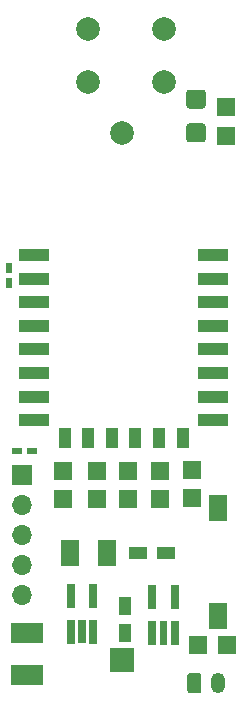
<source format=gbr>
G04 #@! TF.GenerationSoftware,KiCad,Pcbnew,(5.1.9)-1*
G04 #@! TF.CreationDate,2021-03-01T14:11:43+01:00*
G04 #@! TF.ProjectId,button - AAA,62757474-6f6e-4202-9d20-4141412e6b69,rev?*
G04 #@! TF.SameCoordinates,Original*
G04 #@! TF.FileFunction,Soldermask,Top*
G04 #@! TF.FilePolarity,Negative*
%FSLAX46Y46*%
G04 Gerber Fmt 4.6, Leading zero omitted, Abs format (unit mm)*
G04 Created by KiCad (PCBNEW (5.1.9)-1) date 2021-03-01 14:11:43*
%MOMM*%
%LPD*%
G01*
G04 APERTURE LIST*
%ADD10R,0.620000X0.900000*%
%ADD11R,0.650000X2.000000*%
%ADD12C,0.100000*%
%ADD13R,1.500000X1.500000*%
%ADD14R,1.500000X1.100000*%
%ADD15R,1.100000X1.500000*%
%ADD16R,2.500000X1.000000*%
%ADD17R,1.000000X1.800000*%
%ADD18R,0.900000X0.620000*%
%ADD19R,1.650000X2.250000*%
%ADD20R,2.794000X1.778000*%
%ADD21O,1.700000X1.700000*%
%ADD22R,1.700000X1.700000*%
%ADD23C,2.000000*%
%ADD24R,2.000000X2.000000*%
%ADD25O,1.200000X1.750000*%
%ADD26R,1.600000X2.180000*%
G04 APERTURE END LIST*
D10*
G04 #@! TO.C,C2*
X117275000Y-75325000D03*
X117275000Y-76625000D03*
G04 #@! TD*
D11*
G04 #@! TO.C,PS1*
X122450000Y-103075000D03*
X124350000Y-103075000D03*
X124350000Y-106125000D03*
D12*
G36*
X123725000Y-107125000D02*
G01*
X123075000Y-107125000D01*
X123075000Y-105125000D01*
X123725000Y-105125000D01*
X123725000Y-107125000D01*
G37*
D11*
X122450000Y-106125000D03*
G04 #@! TD*
G04 #@! TO.C,U2*
X129375000Y-103200000D03*
X131275000Y-103200000D03*
X131275000Y-106250000D03*
D12*
G36*
X130650000Y-107250000D02*
G01*
X130000000Y-107250000D01*
X130000000Y-105250000D01*
X130650000Y-105250000D01*
X130650000Y-107250000D01*
G37*
D11*
X129375000Y-106250000D03*
G04 #@! TD*
D13*
G04 #@! TO.C,R7*
X133270000Y-107250000D03*
X135670000Y-107250000D03*
G04 #@! TD*
G04 #@! TO.C,R6*
X135620000Y-61750000D03*
X135620000Y-64150000D03*
G04 #@! TD*
G04 #@! TO.C,R5*
X132725000Y-92450000D03*
X132725000Y-94850000D03*
G04 #@! TD*
G04 #@! TO.C,R4*
X127325000Y-92525000D03*
X127325000Y-94925000D03*
G04 #@! TD*
G04 #@! TO.C,R3*
X124650000Y-92525000D03*
X124650000Y-94925000D03*
G04 #@! TD*
G04 #@! TO.C,R2*
X130025000Y-92500000D03*
X130025000Y-94900000D03*
G04 #@! TD*
G04 #@! TO.C,R1*
X121775000Y-92525000D03*
X121775000Y-94925000D03*
G04 #@! TD*
D14*
G04 #@! TO.C,C3*
X128200000Y-99500000D03*
X130500000Y-99500000D03*
G04 #@! TD*
D15*
G04 #@! TO.C,C1*
X127025000Y-106250000D03*
X127025000Y-103950000D03*
G04 #@! TD*
D16*
G04 #@! TO.C,X1*
X134550000Y-74240000D03*
X134550000Y-76240000D03*
X134550000Y-78240000D03*
X134550000Y-80240000D03*
X134550000Y-82240000D03*
X134550000Y-84240000D03*
X134550000Y-86240000D03*
X134550000Y-88240000D03*
D17*
X131950000Y-89740000D03*
X129950000Y-89740000D03*
X127950000Y-89740000D03*
X125950000Y-89740000D03*
X123950000Y-89740000D03*
X121950000Y-89740000D03*
D16*
X119350000Y-88240000D03*
X119350000Y-86240000D03*
X119350000Y-84240000D03*
X119350000Y-82240000D03*
X119350000Y-80240000D03*
X119350000Y-78240000D03*
X119350000Y-76240000D03*
X119350000Y-74240000D03*
G04 #@! TD*
D18*
G04 #@! TO.C,C5*
X117925000Y-90850000D03*
X119225000Y-90850000D03*
G04 #@! TD*
D19*
G04 #@! TO.C,C4*
X122400000Y-99500000D03*
X125500000Y-99500000D03*
G04 #@! TD*
D20*
G04 #@! TO.C,L1*
X118750000Y-109798000D03*
X118750000Y-106242000D03*
G04 #@! TD*
D21*
G04 #@! TO.C,J1*
X118370000Y-103060000D03*
X118370000Y-100520000D03*
X118370000Y-97980000D03*
X118370000Y-95440000D03*
D22*
X118370000Y-92900000D03*
G04 #@! TD*
D23*
G04 #@! TO.C,BT1*
X126790000Y-63870000D03*
D24*
X126790000Y-108570000D03*
G04 #@! TD*
D25*
G04 #@! TO.C,BT2*
X134930000Y-110490000D03*
G36*
G01*
X132330000Y-111115001D02*
X132330000Y-109864999D01*
G75*
G02*
X132579999Y-109615000I249999J0D01*
G01*
X133280001Y-109615000D01*
G75*
G02*
X133530000Y-109864999I0J-249999D01*
G01*
X133530000Y-111115001D01*
G75*
G02*
X133280001Y-111365000I-249999J0D01*
G01*
X132579999Y-111365000D01*
G75*
G02*
X132330000Y-111115001I0J249999D01*
G01*
G37*
G04 #@! TD*
G04 #@! TO.C,D1*
G36*
G01*
X132495000Y-63095000D02*
X133645000Y-63095000D01*
G75*
G02*
X133895000Y-63345000I0J-250000D01*
G01*
X133895000Y-64445000D01*
G75*
G02*
X133645000Y-64695000I-250000J0D01*
G01*
X132495000Y-64695000D01*
G75*
G02*
X132245000Y-64445000I0J250000D01*
G01*
X132245000Y-63345000D01*
G75*
G02*
X132495000Y-63095000I250000J0D01*
G01*
G37*
G36*
G01*
X132495000Y-60245000D02*
X133645000Y-60245000D01*
G75*
G02*
X133895000Y-60495000I0J-250000D01*
G01*
X133895000Y-61595000D01*
G75*
G02*
X133645000Y-61845000I-250000J0D01*
G01*
X132495000Y-61845000D01*
G75*
G02*
X132245000Y-61595000I0J250000D01*
G01*
X132245000Y-60495000D01*
G75*
G02*
X132495000Y-60245000I250000J0D01*
G01*
G37*
G04 #@! TD*
D26*
G04 #@! TO.C,SW2*
X134950000Y-95630000D03*
X134950000Y-104810000D03*
G04 #@! TD*
D23*
G04 #@! TO.C,SW1*
X123890000Y-59600000D03*
X123890000Y-55100000D03*
X130390000Y-59600000D03*
X130390000Y-55100000D03*
G04 #@! TD*
M02*

</source>
